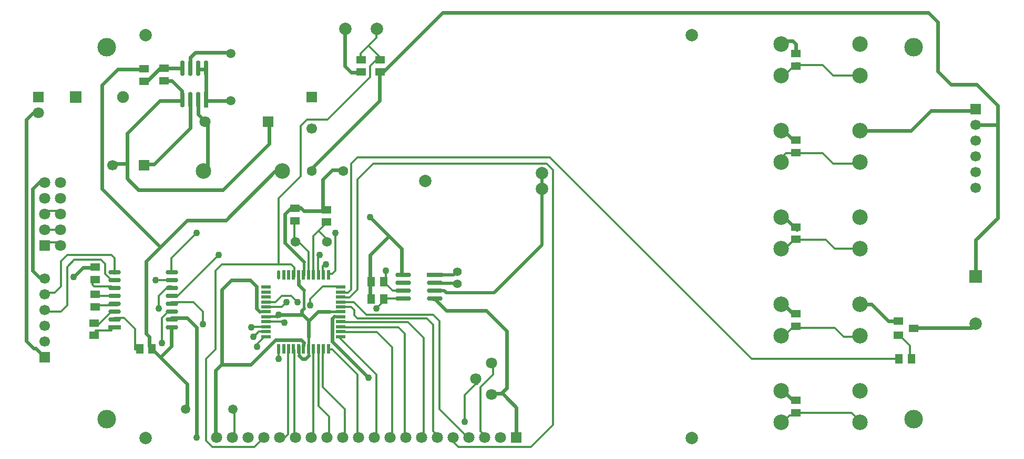
<source format=gbl>
%FSLAX43Y43*%
%MOMM*%
G71*
G01*
G75*
G04 Layer_Physical_Order=2*
G04 Layer_Color=16711680*
%ADD10C,0.348*%
%ADD11C,0.599*%
%ADD12C,0.350*%
%ADD13C,0.600*%
%ADD14C,2.000*%
%ADD15C,2.500*%
%ADD16C,1.800*%
%ADD17R,1.800X1.800*%
%ADD18C,3.000*%
%ADD19R,1.700X1.700*%
%ADD20C,1.700*%
%ADD21C,1.600*%
%ADD22R,1.900X1.900*%
%ADD23C,1.900*%
%ADD24R,1.700X1.700*%
%ADD25R,1.800X1.800*%
%ADD26R,2.000X2.000*%
%ADD27C,1.500*%
%ADD28C,1.400*%
%ADD29C,1.575*%
%ADD30C,1.100*%
%ADD31C,1.100*%
%ADD32R,1.600X1.300*%
%ADD33R,1.300X1.600*%
%ADD34R,1.600X1.200*%
%ADD35O,0.750X2.500*%
%ADD36R,0.750X2.500*%
%ADD37O,2.500X0.750*%
%ADD38R,2.500X0.750*%
%ADD39R,0.500X1.500*%
%ADD40R,1.500X0.500*%
%ADD41O,0.500X1.500*%
%ADD42O,2.000X0.750*%
%ADD43R,2.000X0.750*%
%ADD44C,0.381*%
%ADD45C,0.500*%
D10*
X111000Y57000D02*
X111150Y57000D01*
Y57460D01*
X108456Y55460D02*
X108650D01*
X110850Y29000D02*
X111000Y29000D01*
X110850Y29000D02*
Y29012D01*
X108456Y27460D02*
X108650D01*
X121350Y27460D02*
X121350Y27460D01*
Y27488D01*
X111000Y1000D02*
X111150Y1000D01*
Y564D02*
Y1000D01*
X109980Y564D02*
X111150D01*
X108964Y-452D02*
X109980Y564D01*
X108650Y-452D02*
X108964D01*
X108650Y-540D02*
Y-452D01*
X30100Y11300D02*
X30100Y11300D01*
X30100Y11232D02*
Y11300D01*
Y11232D02*
X30122D01*
X30224Y11130D01*
Y-3000D02*
Y11130D01*
Y-3000D02*
X30440D01*
X27900D02*
Y-2992D01*
X28700D01*
X29208Y-2484D01*
Y11232D01*
X29300D01*
Y11300D01*
X37336Y15700D02*
X37700Y15700D01*
X37336Y15601D02*
Y15700D01*
Y15601D02*
X48512D01*
X51052Y13061D01*
Y-3000D02*
Y13061D01*
X50760Y-3000D02*
X51052D01*
X37336Y14900D02*
X37700Y14900D01*
X37336Y14788D02*
Y14900D01*
Y14788D02*
X46988D01*
X48004Y13772D01*
Y-3000D02*
Y13772D01*
Y-3000D02*
X48220D01*
X35700Y11232D02*
X35700Y11300D01*
X35700Y11232D02*
X36320D01*
X40384Y7168D01*
Y-3000D02*
Y7168D01*
Y-3000D02*
X40600D01*
X34900Y11232D02*
X34900Y11300D01*
X34796Y11232D02*
X34900D01*
X34796Y5136D02*
Y11232D01*
Y5136D02*
X38352Y1580D01*
Y-3000D02*
Y1580D01*
X38060Y-3000D02*
X38352D01*
X34100Y11300D02*
X34100Y11300D01*
X34100Y11300D02*
X34110D01*
Y2088D02*
Y11300D01*
Y2088D02*
X35812Y386D01*
Y-3000D02*
Y386D01*
X35520Y-3000D02*
X35812D01*
X33300Y11740D02*
X33300Y11300D01*
X33272Y11740D02*
X33300D01*
X33272Y-2484D02*
Y11740D01*
X32764Y-2992D02*
X33272Y-2484D01*
X32764Y-3000D02*
Y-2992D01*
Y-3000D02*
X32980D01*
X37336Y18100D02*
X37700Y18100D01*
X37336Y18090D02*
Y18100D01*
Y18090D02*
X39368D01*
X39876Y17582D01*
Y16718D02*
Y17582D01*
Y16718D02*
X40384Y16210D01*
X51560D01*
X52576Y15194D01*
Y-1976D02*
Y15194D01*
Y-1976D02*
X53592Y-2992D01*
Y-3000D02*
Y-2992D01*
X53300Y-3000D02*
X53592D01*
X37336Y13300D02*
X37700Y13300D01*
X37336Y13264D02*
Y13300D01*
Y13264D02*
X43432Y7168D01*
Y-2484D02*
Y7168D01*
X42924Y-2992D02*
X43432Y-2484D01*
X42924Y-3000D02*
Y-2992D01*
Y-3000D02*
X43140D01*
X70100Y39670D02*
X70100Y39670D01*
X70356D01*
X760Y17340D02*
X1300Y17340D01*
X760Y17328D02*
Y17340D01*
X-1272Y15296D02*
X760Y17328D01*
X-1780Y15296D02*
X-1272D01*
X-1780D02*
Y15500D01*
X-2000D02*
X-1780D01*
X760Y14800D02*
X1300Y14800D01*
X760Y14280D02*
Y14800D01*
X-1780Y14280D02*
X760D01*
X-1780Y13500D02*
Y14280D01*
X-2000Y13500D02*
X-1780D01*
X10500Y17340D02*
X10500Y17340D01*
X10500Y17328D02*
Y17340D01*
X9904Y17328D02*
X10500D01*
X8888Y16312D02*
X9904Y17328D01*
X8888Y12248D02*
Y16312D01*
X20320Y1600D02*
X20320Y1600D01*
X20064Y1600D02*
X20320D01*
X20064D02*
Y2088D01*
X20318D01*
X20572Y1834D01*
Y-3000D02*
Y1834D01*
X20280Y-3000D02*
X20572D01*
X6000Y54500D02*
X6150Y54500D01*
Y54412D02*
Y54500D01*
X12190Y56444D02*
X12190Y56580D01*
X129600Y9700D02*
X129600Y9708D01*
X16000Y56444D02*
Y56580D01*
X20000Y51380D02*
X20000Y51380D01*
X20000Y51364D02*
Y51380D01*
X14730Y56444D02*
Y56580D01*
X15492Y39680D02*
X15600D01*
X20000Y59000D02*
X20064Y58984D01*
X13460Y57460D02*
X13460D01*
X56500Y23800D02*
X56500Y23800D01*
X56500Y23800D02*
Y23932D01*
X52576Y23300D02*
X52800D01*
X1300Y18610D02*
X1776Y18610D01*
Y18344D02*
Y18610D01*
X-1780Y18344D02*
X1776D01*
X-2288Y17836D02*
Y18100D01*
X1300Y19880D02*
X1776Y19880D01*
Y19868D02*
Y19880D01*
X-2288Y19868D02*
X1776D01*
X-2288D02*
Y20100D01*
X-1900D01*
X10412Y18610D02*
X10500Y18610D01*
X10412Y18610D02*
Y18852D01*
X13968D01*
X15492Y17328D01*
Y15296D02*
Y17328D01*
X56500Y21800D02*
X56500Y21800D01*
X56500Y21392D02*
X56513D01*
X56640Y21519D01*
Y21646D01*
X52576Y21900D02*
Y22030D01*
X52800D01*
X-7460Y30540D02*
X-7460Y30540D01*
Y30536D02*
Y30540D01*
X-9908Y30536D02*
X-7460D01*
X-9908D02*
Y30540D01*
X-10000D02*
X-9908D01*
X47496Y20760D02*
X47720Y20760D01*
X25700Y18100D02*
X25700Y18100D01*
Y18115D01*
X28192D01*
X28929Y18852D01*
X44956Y22408D02*
Y23932D01*
X47720Y19490D02*
X48004Y19490D01*
Y19360D02*
Y19490D01*
X-7460Y27996D02*
Y28000D01*
Y27996D02*
X-7368D01*
X-7876Y28504D02*
X-7368Y27996D01*
X-10000Y28504D02*
X-7876D01*
X-10000Y28000D02*
Y28504D01*
X-7460Y33080D02*
Y33584D01*
X-9908D02*
X-7460D01*
X-9908Y33080D02*
Y33584D01*
X-10000Y33080D02*
X-9908D01*
X7872Y22408D02*
X10412D01*
Y22420D01*
X10500D01*
X29716Y19868D02*
X30732Y18852D01*
X28192Y19868D02*
X29716D01*
X27176Y18852D02*
X28192Y19868D01*
X25652Y18852D02*
X27176D01*
X25652D02*
Y18900D01*
X25700D01*
X62000Y9000D02*
X62228D01*
Y7168D02*
Y9000D01*
X60196Y5136D02*
X62228Y7168D01*
X60196Y-1976D02*
Y5136D01*
Y-1976D02*
X61212Y-2992D01*
Y-3000D02*
Y-2992D01*
X60920Y-3000D02*
X61212D01*
X35304Y31800D02*
X35400D01*
X35304Y31552D02*
Y31800D01*
X33272Y22916D02*
Y29520D01*
Y22916D02*
X33300D01*
Y23300D01*
X35480Y29012D02*
X35480D01*
Y28600D02*
Y29012D01*
X30400Y28600D02*
Y28758D01*
X32510Y22916D02*
Y26980D01*
X32500Y22916D02*
X32510D01*
X32500D02*
Y23300D01*
X30224Y32000D02*
X30300Y32000D01*
X30224Y29266D02*
Y32000D01*
X57656Y-452D02*
Y3866D01*
X59434Y5644D01*
X59688D01*
Y6460D01*
X59460D02*
X59688D01*
X37700Y21300D02*
X37844Y21300D01*
Y21392D01*
X34796D02*
X37844D01*
X32764Y19360D02*
X34796Y21392D01*
X32764Y18344D02*
Y19360D01*
X34900Y22916D02*
X34900Y23300D01*
X34796Y22916D02*
X34900D01*
X34796D02*
Y24694D01*
X35050Y24948D01*
X35304D01*
X10412Y21150D02*
X10500Y21150D01*
X10412Y21150D02*
Y21392D01*
X9904D02*
X10412D01*
X8380Y19868D02*
X9904Y21392D01*
X8380Y17836D02*
Y19868D01*
X10412Y23690D02*
X10500D01*
X10412D02*
Y25964D01*
X14476Y30028D01*
X36828Y23932D02*
Y30028D01*
X36320Y23424D02*
X36828Y23932D01*
X35812Y23424D02*
X36320D01*
X35812Y23300D02*
Y23424D01*
X35700Y23300D02*
X35812D01*
X10412Y19868D02*
X11428D01*
X10412D02*
Y19880D01*
X10500D01*
X34100Y23424D02*
X34100Y23300D01*
X34034Y23424D02*
X34100D01*
X34034D02*
Y26472D01*
X34288D01*
X55840Y-3000D02*
Y-2992D01*
X55624D02*
X55840D01*
X55624Y-3500D02*
Y-2992D01*
Y-3500D02*
X56640Y-4516D01*
X68324D01*
X71880Y-960D01*
Y40188D01*
X70864Y41204D02*
X71880Y40188D01*
X42924Y41204D02*
X70864D01*
X40384Y38664D02*
X42924Y41204D01*
X40384Y20884D02*
Y38664D01*
X39114Y19614D02*
X40384Y20884D01*
X37844Y19614D02*
X39114D01*
X37844D02*
Y19700D01*
X37700D02*
X37844D01*
X43432Y63000D02*
X43540D01*
X43432Y61524D02*
Y63000D01*
X44448Y57968D02*
Y58000D01*
X40892D02*
Y58984D01*
Y58000D02*
X41000D01*
X30100Y22916D02*
Y23300D01*
Y22916D02*
X30224D01*
Y24440D01*
X29716Y24948D02*
X30224Y24440D01*
X27684Y35616D02*
X31240Y39172D01*
Y47300D01*
X32256Y48316D01*
X35558D01*
X42416Y55174D01*
Y56952D01*
X43432Y57968D01*
X44448D01*
X25360Y-3000D02*
X25360Y-3000D01*
X25360Y-3000D02*
Y-2992D01*
X25347D02*
X25360D01*
X23823Y-4516D02*
X25347Y-2992D01*
X17016Y-4516D02*
X23823D01*
X16000Y-3500D02*
X17016Y-4516D01*
X16000Y-3500D02*
Y9708D01*
X17524Y11232D01*
Y23932D01*
X18540Y24948D01*
X-10000Y20160D02*
Y20376D01*
X-8384D01*
X-7368Y21392D01*
Y25456D01*
X-6352Y26472D01*
X760D01*
X1268Y25964D01*
Y23424D02*
Y25964D01*
Y23424D02*
X1300D01*
Y23690D01*
X760Y21150D02*
X1300Y21150D01*
X760Y21150D02*
Y21392D01*
X-2034D02*
X760D01*
X-2288Y21646D02*
X-2034Y21392D01*
X-2288Y21646D02*
Y22500D01*
X-1900D01*
X140000Y15380D02*
X140000Y15380D01*
Y15804D02*
X140003D01*
X140104Y15702D01*
X760Y22420D02*
X1300D01*
X760Y22408D02*
Y22420D01*
X-256Y23424D02*
X760Y22408D01*
X-256Y23424D02*
Y25075D01*
X-891Y25710D02*
X-256Y25075D01*
X-5209Y25710D02*
X-891D01*
X-6352Y24567D02*
X-5209Y25710D01*
X-6352Y18344D02*
Y24567D01*
X-7368Y17328D02*
X-6352Y18344D01*
X-10000Y17328D02*
X-7368D01*
X-10000D02*
Y17620D01*
X5300Y11232D02*
X5300Y11300D01*
X4570Y11232D02*
X5300D01*
X2792Y16312D02*
X4570Y14534D01*
X1268Y16312D02*
X2792D01*
X1268Y16070D02*
Y16312D01*
Y16070D02*
X1300D01*
X52576Y20760D02*
X52800Y20760D01*
X52576Y20760D02*
Y20884D01*
X58380Y-3000D02*
Y-2992D01*
X58164D02*
X58380D01*
X53592Y1580D02*
X58164Y-2992D01*
X53592Y1580D02*
Y15804D01*
X52576Y16820D02*
X53592Y15804D01*
X41832Y16820D02*
X52576D01*
X39800Y18852D02*
X41832Y16820D01*
X37336Y18852D02*
X39800D01*
X37336D02*
Y18900D01*
X37700D01*
X37336Y14100D02*
X37700Y14100D01*
X37336Y14026D02*
Y14100D01*
Y14026D02*
X43508D01*
X45972Y11562D01*
Y-3000D02*
Y11562D01*
X45680Y-3000D02*
X45972D01*
X127600Y9708D02*
X127600Y9700D01*
X103884Y9708D02*
X127600D01*
X71372Y42220D02*
X103884Y9708D01*
X40384Y42220D02*
X71372D01*
X39368Y41204D02*
X40384Y42220D01*
X39368Y20884D02*
Y41204D01*
X38860Y20376D02*
X39368Y20884D01*
X37336Y20376D02*
X38860D01*
X37336D02*
Y20500D01*
X37700D01*
X27700Y11300D02*
X27700Y11300D01*
X27684D02*
X27700D01*
X27684Y9708D02*
Y11300D01*
X25652Y13300D02*
X25700D01*
X121350Y13460D02*
X121350Y13460D01*
Y13264D02*
Y13460D01*
X108964Y13460D02*
Y13772D01*
X108650Y13460D02*
X108964D01*
X121350Y41460D02*
X121350Y41460D01*
X25652Y14900D02*
X25700Y14900D01*
Y15700D02*
X26185Y15700D01*
Y15804D01*
X34122Y30370D02*
X35480Y29012D01*
X33272Y29520D02*
X34122Y30370D01*
X35304Y31552D01*
X30732Y28758D02*
X32510Y26980D01*
X30224Y29266D02*
X30732Y28758D01*
X30400D02*
X30732D01*
X43407Y17811D02*
X44600Y19004D01*
X18540Y24948D02*
X27684D01*
X29716D01*
X27684D02*
Y35616D01*
X40892Y58984D02*
X42162Y60254D01*
X43432Y61524D01*
X44000Y58000D02*
X44416D01*
X44448D01*
X44416D02*
X44448Y57968D01*
X42162Y60254D02*
X44416Y58000D01*
X-2288Y17836D02*
X-2024Y18100D01*
X-1780Y18344D01*
X-2288Y18100D02*
X-2024D01*
X-1900D01*
X139698Y15296D02*
X140000Y15598D01*
X140104Y15702D01*
X140000Y15380D02*
Y15598D01*
Y15804D01*
X4570Y11232D02*
Y11300D01*
Y14534D01*
X108456Y27460D02*
Y27488D01*
X11428Y19868D02*
X18032Y26472D01*
X6000Y41000D02*
X6100D01*
X52576Y20884D02*
X52900D01*
X56500Y21392D02*
Y21800D01*
X56386Y21900D02*
X56640Y21646D01*
X56300Y23932D02*
X56500D01*
X44600Y22100D02*
Y22200D01*
X47496Y20700D02*
Y20760D01*
X44600Y19004D02*
X44775Y19179D01*
X47720Y19360D02*
X48004D01*
X44600Y19004D02*
Y19400D01*
X15956Y56444D02*
X16000D01*
X6150Y54412D02*
X6412D01*
X16000Y56400D02*
Y56444D01*
X13460Y51500D02*
Y51872D01*
X15840Y48000D02*
Y48060D01*
X15600Y39680D02*
Y40000D01*
X25652Y14788D02*
Y14900D01*
Y13264D02*
Y13300D01*
X108456Y27488D02*
X108800D01*
X127500Y13500D02*
X127700D01*
X129400Y9708D02*
X129600D01*
D11*
X31748Y33584D02*
X34796D01*
X31748D02*
Y33594D01*
X31342Y34000D02*
X31748Y33594D01*
X38460Y63000D02*
Y63048D01*
X38352D02*
X38460D01*
X38352Y56952D02*
Y63048D01*
Y56952D02*
X39368Y55936D01*
X40892D01*
Y56000D01*
X41000D01*
X10412Y16070D02*
X10500Y16070D01*
X10412Y16070D02*
Y16312D01*
X12952D01*
X14476Y14788D01*
Y-2992D02*
Y14788D01*
X12190Y51364D02*
Y51500D01*
X9200Y54600D02*
X9396D01*
X121350Y4540D02*
X121350Y4540D01*
X121664D01*
Y4552D01*
X121588Y4628D02*
X121664Y4552D01*
X121098Y46792D02*
X121350Y46540D01*
X110996Y59000D02*
X111000Y59000D01*
X110996Y59000D02*
Y60508D01*
X110488Y61016D02*
X110996Y60508D01*
X108456Y61016D02*
X110488D01*
X108456Y60540D02*
Y61016D01*
Y60540D02*
X108650D01*
X31723Y12248D02*
Y12375D01*
X31342Y12756D02*
X31723Y12375D01*
X27176Y12756D02*
X31342D01*
X26000Y48000D02*
X26000Y48000D01*
X26000Y48000D02*
X26160D01*
X42416Y19360D02*
X42600D01*
Y19400D01*
X47496Y23300D02*
Y27488D01*
Y23300D02*
X47720D01*
X33000Y40000D02*
X33000Y40000D01*
X32764D02*
X33000D01*
X32764D02*
Y40188D01*
X43940Y51364D01*
Y56000D02*
X44000D01*
X140000Y47300D02*
Y47460D01*
X139952Y22916D02*
X140000D01*
Y23000D01*
X44448Y55936D02*
X54100Y65588D01*
X132332D01*
X133856Y64064D01*
X30910Y21646D02*
Y22408D01*
Y21646D02*
X31748Y20808D01*
X27430Y16566D02*
X27684Y16820D01*
X6000Y56500D02*
X6150Y56500D01*
Y56444D02*
Y56500D01*
X1776Y56444D02*
X6150D01*
X-764Y53904D02*
X1776Y56444D01*
X-764Y37140D02*
Y53904D01*
X6348Y13772D02*
Y25456D01*
Y13772D02*
X6856Y13264D01*
Y11740D02*
Y13264D01*
Y11740D02*
X7300D01*
Y11300D02*
Y11740D01*
X28300Y40000D02*
Y40188D01*
X30986Y10191D02*
X31469Y9708D01*
X32002D01*
X32510Y10216D01*
X12952Y1580D02*
Y5644D01*
X12700Y1580D02*
X12952D01*
X12700D02*
Y1600D01*
X10412Y11740D02*
Y14800D01*
X10500D01*
X-11432Y11432D02*
X-10000Y10000D01*
X-11432Y11410D02*
Y11432D01*
X-11788Y11410D02*
X-11432D01*
X-12956Y12578D02*
X-11788Y11410D01*
X-12956Y12578D02*
Y48316D01*
X-11940Y49332D01*
X-11000D01*
Y49460D01*
X111000Y45000D02*
X111150Y45000D01*
Y44760D02*
Y45000D01*
X108456Y46346D02*
X108902Y46792D01*
X127500Y15800D02*
X127760D01*
X121350Y32540D02*
Y32568D01*
X121350Y32540D02*
X121350Y32540D01*
X111000Y31000D02*
X111150Y31000D01*
Y30536D02*
Y31000D01*
X111148Y30536D02*
X111150D01*
X110996Y17000D02*
X111000Y17000D01*
X110504Y3000D02*
X111000D01*
X-10000Y22700D02*
Y22916D01*
X-10924D02*
X-10000D01*
X-11940Y23932D02*
X-10924Y22916D01*
X-11940Y23932D02*
Y37140D01*
X-10416Y38664D01*
X-9908D01*
Y38160D02*
Y38664D01*
X-10000Y38160D02*
X-9908D01*
X-5336Y22916D02*
X-3812Y24440D01*
X-1780D01*
Y24500D01*
X-1900D02*
X-1780D01*
X34796Y38664D02*
X36320Y40188D01*
X38080D01*
Y40000D02*
Y40188D01*
X28700Y28402D02*
X31748Y25354D01*
X28700Y28402D02*
Y33076D01*
X29716Y34092D01*
X31240D01*
X36320Y16236D02*
X36650Y16566D01*
X36320Y12502D02*
Y16236D01*
Y12502D02*
X42162Y6660D01*
X62000Y3920D02*
Y4120D01*
X63752D01*
X65784Y-3000D02*
X66000D01*
X52576Y19490D02*
X52800Y19490D01*
X760Y41000D02*
X920D01*
X24128Y17836D02*
X24636Y17328D01*
X24128Y17836D02*
Y21392D01*
X23112Y22408D02*
X24128Y21392D01*
X20064Y22408D02*
X23112D01*
X18540Y20884D02*
X20064Y22408D01*
X8634Y9962D02*
X10412Y11740D01*
X8634Y9962D02*
X12952Y5644D01*
X6856Y11740D02*
X8634Y9962D01*
X42416Y22384D02*
X42600Y22200D01*
X42416Y19360D02*
Y22200D01*
Y22384D01*
Y26472D01*
X45464Y29520D01*
X43940Y51364D02*
Y55936D01*
Y56000D01*
Y55936D02*
X44448D01*
X31332Y34000D02*
X31748Y33584D01*
X31240Y34092D02*
X31332Y34000D01*
X30300D02*
X31332D01*
X31342D01*
X34796Y33800D02*
X35400D01*
X34796Y33584D02*
Y33800D01*
Y38664D01*
X108454Y18344D02*
X108650Y18540D01*
X108428Y32568D02*
X108456Y32540D01*
X25755Y11335D02*
X27176Y12756D01*
X18540Y8800D02*
Y20884D01*
X52576Y19360D02*
Y19490D01*
Y19360D02*
X52900D01*
X6348Y25456D02*
X7890Y26998D01*
X-764Y37140D02*
X8634Y27742D01*
X12100Y51364D02*
X12190D01*
X42416Y32568D02*
X47496Y27488D01*
X110317Y3187D02*
X110504Y3000D01*
X110488Y31196D02*
X111148Y30536D01*
X133856Y57900D02*
Y64064D01*
X63752Y4120D02*
X64313Y3559D01*
X63752Y4120D02*
Y4352D01*
X65784Y-3000D02*
Y-2700D01*
D12*
X47496Y20760D02*
X47720D01*
X44700Y22100D02*
X46100Y20700D01*
X47496D01*
X45086Y19490D02*
X47720D01*
X44775Y19179D02*
X45086Y19490D01*
X6100Y41000D02*
X6200Y41100D01*
X13460Y51700D02*
X13600Y51560D01*
X23300Y14800D02*
X23400Y14900D01*
X25700D01*
X23600Y13200D02*
X24500Y14100D01*
X24200Y12100D02*
X25400Y13300D01*
X24200Y11700D02*
Y12100D01*
X25400Y13300D02*
X25700D01*
X25700Y15700D02*
X28500D01*
X28600Y15600D01*
X24500Y14100D02*
X25700D01*
X108500Y13100D02*
X108800D01*
X110400Y14700D01*
X118700Y13264D02*
X121200D01*
X117264Y14700D02*
X118700Y13264D01*
X110400Y14700D02*
X117264D01*
X111150Y1000D02*
X120000D01*
X121600Y-600D01*
X108800Y27488D02*
X109288D01*
X110700Y28900D01*
X115788D01*
X117228Y27460D02*
X121350D01*
X115788Y28900D02*
X117228Y27460D01*
X108400Y41300D02*
Y41900D01*
X109400Y42900D01*
X116996Y41204D02*
X121094D01*
X109400Y42900D02*
X115300D01*
X116996Y41204D01*
X121094D02*
X121350Y41460D01*
X108600Y55600D02*
X109300D01*
X110800Y57100D01*
X115300D01*
X117000Y55400D01*
X121700D01*
X129400Y9708D02*
Y11800D01*
X127600Y13600D02*
X129400Y11800D01*
D13*
X17524Y7824D02*
X18500Y8800D01*
X23220D02*
X25755Y11335D01*
X17524Y-3000D02*
Y7824D01*
X18500Y8800D02*
X23220D01*
X10500Y54600D02*
X12100Y53000D01*
X9200Y54600D02*
X10500D01*
X52900Y19300D02*
X54700Y17500D01*
X61100D01*
X64400Y5000D02*
Y14200D01*
X52900Y19300D02*
Y19360D01*
X61100Y17500D02*
X64400Y14200D01*
X14300Y59200D02*
X20100D01*
X13460Y58360D02*
X14300Y59200D01*
X13460Y56580D02*
Y58360D01*
X14900Y56444D02*
X15956D01*
X6300Y54412D02*
X6412D01*
X8580Y56580D01*
X12190D01*
X15956Y56444D02*
X16000Y56400D01*
Y51560D02*
X16180Y51380D01*
X16000Y51560D02*
Y52400D01*
Y52888D02*
Y56300D01*
X16180Y51380D02*
X20000D01*
X7600Y41100D02*
X13460Y46960D01*
X6000Y41100D02*
X7600D01*
X13460Y46960D02*
Y51500D01*
X14730Y49170D02*
Y51500D01*
Y49170D02*
X16000Y47900D01*
X16300Y40500D02*
Y48200D01*
X15600Y39800D02*
X16300Y40500D01*
X27000Y39900D02*
X28400D01*
X19200Y32100D02*
X27000Y39900D01*
X12992Y32100D02*
X19200D01*
X7890Y26998D02*
X12992Y32100D01*
X8580Y51364D02*
X12100D01*
X3300Y38800D02*
X5100Y37000D01*
X18700D01*
X26160Y44460D01*
X1000Y41200D02*
X3300D01*
X12100Y51364D02*
Y53000D01*
X3300Y38800D02*
Y46084D01*
X8580Y51364D01*
X26160Y44460D02*
Y48000D01*
X34034Y17328D02*
X35900D01*
X32510Y15804D02*
X34034Y17328D01*
X32510Y13300D02*
Y15804D01*
X31580Y16820D02*
X32400Y16000D01*
X31400Y17488D02*
X31748Y17836D01*
X27684Y16820D02*
X31580D01*
X31400D02*
Y17488D01*
X108900Y4600D02*
X110500Y3000D01*
X110700D01*
X109100Y18400D02*
X110500Y17000D01*
X111000D01*
X110600Y31100D02*
X110900D01*
X108900Y32800D02*
X110600Y31100D01*
X108700Y32800D02*
X108900D01*
X110800Y44800D02*
X111000D01*
X109100Y46500D02*
X110800Y44800D01*
X108900Y46500D02*
X109100D01*
X125900Y15800D02*
X127500D01*
X123160Y18540D02*
X125900Y15800D01*
X121350Y18540D02*
X123160D01*
X139800Y15200D02*
X139900D01*
X139300Y14700D02*
X139800Y15200D01*
X129800Y14700D02*
X139300D01*
X140000Y23000D02*
Y28900D01*
X143500Y32400D01*
X140100Y54000D02*
X143500Y50600D01*
X136000Y54000D02*
X140100D01*
X133856Y56144D02*
Y57900D01*
Y56144D02*
X136000Y54000D01*
X140000Y47460D02*
X143460D01*
X143500Y47500D01*
Y32400D02*
Y50600D01*
X132800Y49800D02*
X139900D01*
X129540Y46540D02*
X132800Y49800D01*
X121350Y46540D02*
X129540D01*
X66000Y-2700D02*
Y1872D01*
X63600Y4200D02*
X64400Y5000D01*
X64313Y3559D02*
X66000Y1872D01*
D14*
X6240Y-3040D02*
D03*
X94240D02*
D03*
X6240Y61960D02*
D03*
X94240D02*
D03*
X70100Y37130D02*
D03*
X70100Y39670D02*
D03*
X51300Y38400D02*
D03*
X140000Y15380D02*
D03*
X43540Y63000D02*
D03*
X38460D02*
D03*
D15*
X108650Y41460D02*
D03*
X121350D02*
D03*
X108650Y27460D02*
D03*
X121350Y27460D02*
D03*
X108650Y13460D02*
D03*
X121350Y13460D02*
D03*
X108650Y-540D02*
D03*
X121350Y-540D02*
D03*
X108650Y46540D02*
D03*
X121350Y46540D02*
D03*
X108650Y32540D02*
D03*
X121350D02*
D03*
X108650Y18540D02*
D03*
X121350D02*
D03*
X108650Y4540D02*
D03*
X121350D02*
D03*
X28300Y40000D02*
D03*
X15600D02*
D03*
X121350Y60540D02*
D03*
X108650Y60540D02*
D03*
X121350Y55460D02*
D03*
X108650D02*
D03*
D16*
X30440Y-3000D02*
D03*
X27900D02*
D03*
X50760D02*
D03*
X48220D02*
D03*
X45680D02*
D03*
X43140D02*
D03*
X40600D02*
D03*
X38060D02*
D03*
X35520D02*
D03*
X32980D02*
D03*
X58380D02*
D03*
X53300D02*
D03*
X17740D02*
D03*
X20280D02*
D03*
X25360D02*
D03*
X55840D02*
D03*
X63460D02*
D03*
X22820D02*
D03*
X60920D02*
D03*
X62000Y9000D02*
D03*
X59460Y6460D02*
D03*
X62000Y3920D02*
D03*
X15840Y48000D02*
D03*
X-11000Y49460D02*
D03*
X-7460Y33080D02*
D03*
X-10000Y33080D02*
D03*
X-7460Y28000D02*
D03*
Y35620D02*
D03*
X-10000D02*
D03*
X-7460Y30540D02*
D03*
X-10000D02*
D03*
X-10000Y38160D02*
D03*
X-7460Y38160D02*
D03*
D17*
X66000Y-3000D02*
D03*
X26000Y48000D02*
D03*
D18*
X0Y0D02*
D03*
Y60000D02*
D03*
X130000D02*
D03*
Y0D02*
D03*
D19*
X6000Y41000D02*
D03*
D20*
X920D02*
D03*
X140000Y47460D02*
D03*
X140000Y44920D02*
D03*
Y42380D02*
D03*
Y39840D02*
D03*
Y37300D02*
D03*
X-10000Y15080D02*
D03*
Y20160D02*
D03*
Y17620D02*
D03*
Y12540D02*
D03*
Y22700D02*
D03*
X33000Y46920D02*
D03*
D21*
Y40000D02*
D03*
X38080D02*
D03*
D22*
X-5000Y52000D02*
D03*
D23*
X2620Y52000D02*
D03*
D24*
X140000Y50000D02*
D03*
X-10000Y10000D02*
D03*
X33000Y52000D02*
D03*
D25*
X-11000Y52000D02*
D03*
X-10000Y28000D02*
D03*
D26*
X140000Y23000D02*
D03*
D27*
X20000Y59000D02*
D03*
X20000Y51380D02*
D03*
X12700Y1600D02*
D03*
X20320D02*
D03*
D28*
X56500Y21800D02*
D03*
Y23800D02*
D03*
D29*
X35480Y28600D02*
D03*
X30400D02*
D03*
D30*
X14476Y-2992D02*
D03*
X8888Y12248D02*
D03*
X15492Y15296D02*
D03*
X28929Y18852D02*
D03*
X44956Y23932D02*
D03*
X7872Y22408D02*
D03*
X43407Y17811D02*
D03*
X30732Y18852D02*
D03*
X42416Y32568D02*
D03*
X57656Y-452D02*
D03*
X27684Y16820D02*
D03*
X32764Y18344D02*
D03*
X35304Y24948D02*
D03*
X8380Y17836D02*
D03*
X36828Y30028D02*
D03*
X34288Y26472D02*
D03*
X-5336Y22916D02*
D03*
X42162Y6660D02*
D03*
X27684Y9708D02*
D03*
D31*
X14476Y30028D02*
D03*
X18032Y26472D02*
D03*
X23300Y14800D02*
D03*
X23600Y13300D02*
D03*
X24200Y11700D02*
D03*
X28600Y15600D02*
D03*
D32*
X111000Y59000D02*
D03*
Y57000D02*
D03*
Y45000D02*
D03*
Y43000D02*
D03*
Y31000D02*
D03*
Y29000D02*
D03*
Y17000D02*
D03*
Y15000D02*
D03*
Y3000D02*
D03*
Y1000D02*
D03*
X41000Y58000D02*
D03*
Y56000D02*
D03*
X-2000Y13500D02*
D03*
Y15500D02*
D03*
X-1900Y22500D02*
D03*
Y24500D02*
D03*
Y20100D02*
D03*
X-1900Y18100D02*
D03*
X30300Y32000D02*
D03*
Y34000D02*
D03*
X35400Y31800D02*
D03*
Y33800D02*
D03*
X44000Y56000D02*
D03*
Y58000D02*
D03*
X6000Y56500D02*
D03*
Y54500D02*
D03*
X9200Y56600D02*
D03*
X9200Y54600D02*
D03*
D33*
X7300Y11300D02*
D03*
X5300D02*
D03*
X42600Y22200D02*
D03*
X44600D02*
D03*
X42600Y19400D02*
D03*
X44600D02*
D03*
X129600Y9700D02*
D03*
X127600D02*
D03*
D34*
X127500Y13500D02*
D03*
X130000Y14650D02*
D03*
X127500Y15800D02*
D03*
D35*
X13460Y56580D02*
D03*
X14730Y51500D02*
D03*
X16000Y56580D02*
D03*
X14730Y56580D02*
D03*
X12190Y56580D02*
D03*
X13460Y51500D02*
D03*
X12190Y51500D02*
D03*
D36*
X16000Y51500D02*
D03*
D37*
X47720Y23300D02*
D03*
Y19490D02*
D03*
Y20760D02*
D03*
X52800Y22030D02*
D03*
Y20760D02*
D03*
Y19490D02*
D03*
X47720Y22030D02*
D03*
D38*
X52800Y23300D02*
D03*
D39*
X33300Y23300D02*
D03*
X32500D02*
D03*
X30900Y23300D02*
D03*
X30900Y11300D02*
D03*
X32500D02*
D03*
X34900Y23300D02*
D03*
X29300Y23300D02*
D03*
X35700Y23300D02*
D03*
X34100Y23300D02*
D03*
X30100D02*
D03*
X28500D02*
D03*
X31700Y23300D02*
D03*
Y11300D02*
D03*
X33300Y11300D02*
D03*
X34100D02*
D03*
X34900D02*
D03*
X35700Y11300D02*
D03*
X29300Y11300D02*
D03*
X30100Y11300D02*
D03*
X27700D02*
D03*
X28500Y11300D02*
D03*
D40*
X25700Y16500D02*
D03*
X37700Y17300D02*
D03*
Y21300D02*
D03*
X25700Y18900D02*
D03*
X25700Y18100D02*
D03*
X37700Y19700D02*
D03*
X25700Y17300D02*
D03*
X37700Y16500D02*
D03*
Y18100D02*
D03*
Y18900D02*
D03*
X37700Y13300D02*
D03*
X37700Y14100D02*
D03*
X37700Y14900D02*
D03*
X37700Y15700D02*
D03*
Y20500D02*
D03*
X25700Y13300D02*
D03*
X25700Y14100D02*
D03*
Y14900D02*
D03*
Y15700D02*
D03*
Y19700D02*
D03*
X25700Y20500D02*
D03*
X25700Y21300D02*
D03*
D41*
X27700Y23300D02*
D03*
D42*
X10500Y14800D02*
D03*
X10500Y22420D02*
D03*
X10500Y21150D02*
D03*
Y23690D02*
D03*
X10500Y19880D02*
D03*
Y18610D02*
D03*
X1300Y23690D02*
D03*
Y21150D02*
D03*
X1300Y19880D02*
D03*
Y18610D02*
D03*
Y22420D02*
D03*
X10500Y17340D02*
D03*
X1300Y16070D02*
D03*
X1300Y17340D02*
D03*
X10500Y16070D02*
D03*
D43*
X1300Y14800D02*
D03*
D44*
X31700Y11800D02*
X31700Y11300D01*
X31700Y11800D02*
X31723D01*
Y12248D01*
X37336Y17300D02*
X37700Y17300D01*
X37336Y17300D02*
Y17328D01*
X32500Y11232D02*
Y11300D01*
X30900Y22916D02*
Y23300D01*
Y22916D02*
X30910D01*
Y22408D02*
Y22916D01*
X31748Y17836D02*
Y20808D01*
X25652Y16566D02*
X27430D01*
X25652Y16500D02*
Y16566D01*
Y16500D02*
X25700D01*
X30900Y11300D02*
X30900Y11765D01*
X30986D01*
Y10191D02*
Y11765D01*
X31700Y23300D02*
X31748D01*
Y25354D01*
X37336Y16500D02*
X37700Y16500D01*
X37336Y16500D02*
Y16566D01*
X36650D02*
X37336D01*
X25700Y17300D02*
X25700Y17300D01*
Y17328D01*
X24636D02*
X25700D01*
X32500Y11232D02*
X32510D01*
X32535D01*
X32510Y11207D02*
X32535Y11232D01*
X32510Y10216D02*
Y11207D01*
Y11232D01*
Y11300D01*
Y13300D01*
X35900Y17328D02*
X37336D01*
X31400Y16914D02*
X31494Y16820D01*
D45*
X62376Y20376D02*
X70100Y28100D01*
X54400Y20700D02*
X54724Y20376D01*
X62376D01*
X52900Y20700D02*
X54400D01*
X70100Y28100D02*
Y39670D01*
X52800Y21900D02*
X56386D01*
X56486Y21800D01*
X52800Y23300D02*
X55900D01*
X56300Y23700D01*
M02*

</source>
